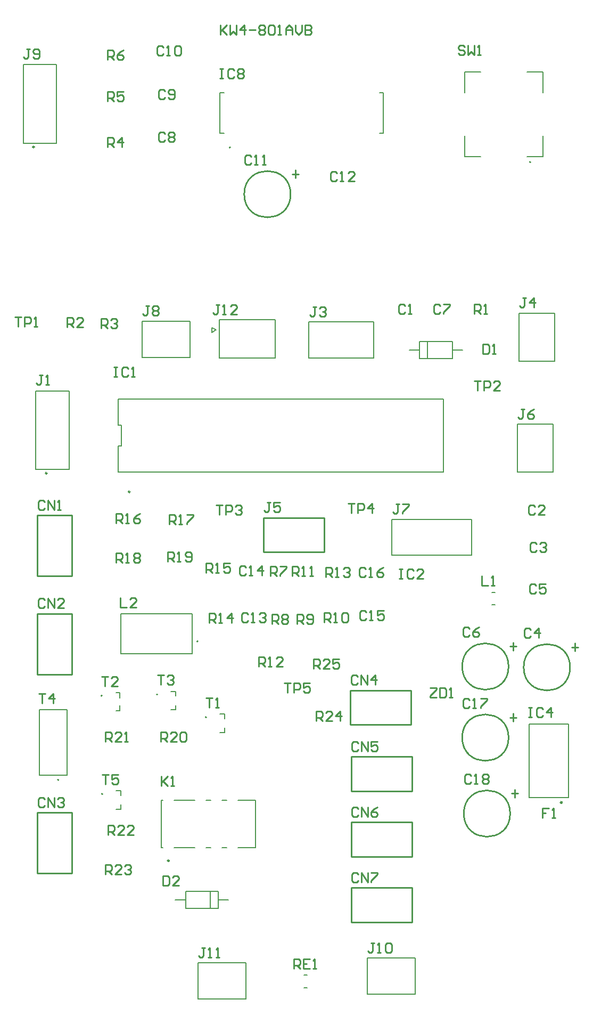
<source format=gto>
G04*
G04 #@! TF.GenerationSoftware,Altium Limited,Altium Designer,24.4.1 (13)*
G04*
G04 Layer_Color=65535*
%FSLAX44Y44*%
%MOMM*%
G71*
G04*
G04 #@! TF.SameCoordinates,E03DAD19-A1D4-479A-945F-AA05C0C5925B*
G04*
G04*
G04 #@! TF.FilePolarity,Positive*
G04*
G01*
G75*
%ADD10C,0.2500*%
%ADD11C,0.3000*%
%ADD12C,0.2540*%
%ADD13C,0.2000*%
%ADD14C,0.1270*%
D10*
X758330Y1630760D02*
G03*
X758330Y1630760I-1250J0D01*
G01*
X778490Y1112280D02*
G03*
X778490Y1112280I-1250J0D01*
G01*
X972800Y496490D02*
G03*
X972800Y496490I-1250J0D01*
G01*
X910570Y1082807D02*
G03*
X910570Y1082807I-1250J0D01*
G01*
D11*
X1597390Y589220D02*
G03*
X1597390Y589220I-1000J0D01*
G01*
D12*
X1515197Y571500D02*
G03*
X1515197Y571500I-36918J0D01*
G01*
X1512657Y692150D02*
G03*
X1512657Y692150I-36918J0D01*
G01*
X1165947Y1555750D02*
G03*
X1165947Y1555750I-36918J0D01*
G01*
X1610448Y803910D02*
G03*
X1610448Y803910I-36918J0D01*
G01*
X1512657Y805180D02*
G03*
X1512657Y805180I-36918J0D01*
G01*
X1262380Y607060D02*
Y661670D01*
Y607060D02*
X1264920D01*
X1358900D01*
Y661670D01*
X1262380D02*
X1358900D01*
X1261110Y712470D02*
Y767080D01*
Y712470D02*
X1263650D01*
X1357630D01*
Y767080D01*
X1261110D02*
X1357630D01*
X1262380Y398780D02*
Y453390D01*
Y398780D02*
X1264920D01*
X1358900D01*
Y453390D01*
X1262380D02*
X1358900D01*
X1262380Y502920D02*
Y557530D01*
Y502920D02*
X1264920D01*
X1358900D01*
Y557530D01*
X1262380D02*
X1358900D01*
X1522730Y596900D02*
Y609600D01*
X1517650Y603250D02*
X1527810D01*
X1520190Y717550D02*
Y730250D01*
X1515110Y723900D02*
X1525270D01*
X763270Y572770D02*
X817880D01*
X763270Y570230D02*
Y572770D01*
Y476250D02*
Y570230D01*
Y476250D02*
X817880D01*
Y572770D01*
X763270Y889000D02*
X817880D01*
X763270Y886460D02*
Y889000D01*
Y792480D02*
Y886460D01*
Y792480D02*
X817880D01*
Y889000D01*
X763270Y1045210D02*
X817880D01*
X763270Y1042670D02*
Y1045210D01*
Y948690D02*
Y1042670D01*
Y948690D02*
X817880D01*
Y1045210D01*
X1173480Y1581150D02*
Y1593850D01*
X1168400Y1587500D02*
X1178560D01*
X1617980Y829310D02*
Y842010D01*
X1612900Y835660D02*
X1623060D01*
X1219200Y986790D02*
Y1041400D01*
X1216660D02*
X1219200D01*
X1122680D02*
X1216660D01*
X1122680Y986790D02*
Y1041400D01*
Y986790D02*
X1219200D01*
X1520190Y830580D02*
Y843280D01*
X1515110Y836930D02*
X1525270D01*
X1134114Y948692D02*
Y963928D01*
X1141732D01*
X1144271Y961388D01*
Y956310D01*
X1141732Y953771D01*
X1134114D01*
X1139193D02*
X1144271Y948692D01*
X1149349Y963928D02*
X1159506D01*
Y961388D01*
X1149349Y951232D01*
Y948692D01*
X1115066Y805182D02*
Y820417D01*
X1122684D01*
X1125223Y817878D01*
Y812800D01*
X1122684Y810261D01*
X1115066D01*
X1120145D02*
X1125223Y805182D01*
X1130301D02*
X1135380D01*
X1132840D01*
Y820417D01*
X1130301Y817878D01*
X1153154Y805182D02*
X1142997D01*
X1153154Y815339D01*
Y817878D01*
X1150615Y820417D01*
X1145536D01*
X1142997Y817878D01*
X1155707Y778508D02*
X1165863D01*
X1160785D01*
Y763272D01*
X1170942D02*
Y778508D01*
X1178559D01*
X1181098Y775968D01*
Y770890D01*
X1178559Y768351D01*
X1170942D01*
X1196333Y778508D02*
X1186177D01*
Y770890D01*
X1191255Y773429D01*
X1193794D01*
X1196333Y770890D01*
Y765812D01*
X1193794Y763272D01*
X1188716D01*
X1186177Y765812D01*
X1206507Y718822D02*
Y734057D01*
X1214124D01*
X1216663Y731518D01*
Y726440D01*
X1214124Y723901D01*
X1206507D01*
X1211585D02*
X1216663Y718822D01*
X1231898D02*
X1221742D01*
X1231898Y728979D01*
Y731518D01*
X1229359Y734057D01*
X1224281D01*
X1221742Y731518D01*
X1244594Y718822D02*
Y734057D01*
X1236977Y726440D01*
X1247133D01*
X1202697Y801373D02*
Y816608D01*
X1210314D01*
X1212853Y814068D01*
Y808990D01*
X1210314Y806451D01*
X1202697D01*
X1207775D02*
X1212853Y801373D01*
X1228088D02*
X1217932D01*
X1228088Y811529D01*
Y814068D01*
X1225549Y816608D01*
X1220471D01*
X1217932Y814068D01*
X1243323Y816608D02*
X1233167D01*
Y808990D01*
X1238245Y811529D01*
X1240784D01*
X1243323Y808990D01*
Y803912D01*
X1240784Y801373D01*
X1235706D01*
X1233167Y803912D01*
X1388116Y770888D02*
X1398273D01*
Y768348D01*
X1388116Y758192D01*
Y755652D01*
X1398273D01*
X1403351Y770888D02*
Y755652D01*
X1410968D01*
X1413508Y758192D01*
Y768348D01*
X1410968Y770888D01*
X1403351D01*
X1418586Y755652D02*
X1423664D01*
X1421125D01*
Y770888D01*
X1418586Y768348D01*
X1036326Y874392D02*
Y889628D01*
X1043944D01*
X1046483Y887088D01*
Y882010D01*
X1043944Y879471D01*
X1036326D01*
X1041404D02*
X1046483Y874392D01*
X1051561D02*
X1056640D01*
X1054100D01*
Y889628D01*
X1051561Y887088D01*
X1071875Y874392D02*
Y889628D01*
X1064257Y882010D01*
X1074414D01*
X1031246Y953773D02*
Y969007D01*
X1038864D01*
X1041403Y966468D01*
Y961390D01*
X1038864Y958851D01*
X1031246D01*
X1036324D02*
X1041403Y953773D01*
X1046481D02*
X1051560D01*
X1049020D01*
Y969007D01*
X1046481Y966468D01*
X1069334Y969007D02*
X1059177D01*
Y961390D01*
X1064256Y963929D01*
X1066795D01*
X1069334Y961390D01*
Y956312D01*
X1066795Y953773D01*
X1061716D01*
X1059177Y956312D01*
X1098553Y887728D02*
X1096014Y890267D01*
X1090935D01*
X1088396Y887728D01*
Y877572D01*
X1090935Y875033D01*
X1096014D01*
X1098553Y877572D01*
X1103631Y875033D02*
X1108710D01*
X1106170D01*
Y890267D01*
X1103631Y887728D01*
X1116327D02*
X1118866Y890267D01*
X1123945D01*
X1126484Y887728D01*
Y885189D01*
X1123945Y882650D01*
X1121405D01*
X1123945D01*
X1126484Y880111D01*
Y877572D01*
X1123945Y875033D01*
X1118866D01*
X1116327Y877572D01*
X1094743Y962658D02*
X1092204Y965198D01*
X1087125D01*
X1084586Y962658D01*
Y952502D01*
X1087125Y949962D01*
X1092204D01*
X1094743Y952502D01*
X1099821Y949962D02*
X1104900D01*
X1102360D01*
Y965198D01*
X1099821Y962658D01*
X1120135Y949962D02*
Y965198D01*
X1112517Y957580D01*
X1122674D01*
X1175766Y873252D02*
Y888487D01*
X1183383D01*
X1185923Y885948D01*
Y880870D01*
X1183383Y878330D01*
X1175766D01*
X1180844D02*
X1185923Y873252D01*
X1191001Y875791D02*
X1193540Y873252D01*
X1198619D01*
X1201158Y875791D01*
Y885948D01*
X1198619Y888487D01*
X1193540D01*
X1191001Y885948D01*
Y883409D01*
X1193540Y880870D01*
X1201158D01*
X1168405Y948692D02*
Y963928D01*
X1176023D01*
X1178562Y961388D01*
Y956310D01*
X1176023Y953771D01*
X1168405D01*
X1173484D02*
X1178562Y948692D01*
X1183640D02*
X1188719D01*
X1186180D01*
Y963928D01*
X1183640Y961388D01*
X1196336Y948692D02*
X1201415D01*
X1198876D01*
Y963928D01*
X1196336Y961388D01*
X1221746Y947422D02*
Y962657D01*
X1229364D01*
X1231903Y960118D01*
Y955040D01*
X1229364Y952501D01*
X1221746D01*
X1226824D02*
X1231903Y947422D01*
X1236981D02*
X1242060D01*
X1239520D01*
Y962657D01*
X1236981Y960118D01*
X1249677D02*
X1252216Y962657D01*
X1257295D01*
X1259834Y960118D01*
Y957579D01*
X1257295Y955040D01*
X1254755D01*
X1257295D01*
X1259834Y952501D01*
Y949962D01*
X1257295Y947422D01*
X1252216D01*
X1249677Y949962D01*
X1219206Y875033D02*
Y890267D01*
X1226824D01*
X1229363Y887728D01*
Y882650D01*
X1226824Y880111D01*
X1219206D01*
X1224285D02*
X1229363Y875033D01*
X1234441D02*
X1239520D01*
X1236980D01*
Y890267D01*
X1234441Y887728D01*
X1247137D02*
X1249676Y890267D01*
X1254755D01*
X1257294Y887728D01*
Y877572D01*
X1254755Y875033D01*
X1249676D01*
X1247137Y877572D01*
Y887728D01*
X1286513Y891538D02*
X1283974Y894078D01*
X1278895D01*
X1276356Y891538D01*
Y881382D01*
X1278895Y878842D01*
X1283974D01*
X1286513Y881382D01*
X1291591Y878842D02*
X1296670D01*
X1294130D01*
Y894078D01*
X1291591Y891538D01*
X1314444Y894078D02*
X1304287D01*
Y886460D01*
X1309366Y888999D01*
X1311905D01*
X1314444Y886460D01*
Y881382D01*
X1311905Y878842D01*
X1306826D01*
X1304287Y881382D01*
X1285243Y960118D02*
X1282704Y962657D01*
X1277625D01*
X1275086Y960118D01*
Y949962D01*
X1277625Y947422D01*
X1282704D01*
X1285243Y949962D01*
X1290321Y947422D02*
X1295400D01*
X1292860D01*
Y962657D01*
X1290321Y960118D01*
X1313174Y962657D02*
X1308096Y960118D01*
X1303017Y955040D01*
Y949962D01*
X1305556Y947422D01*
X1310635D01*
X1313174Y949962D01*
Y952501D01*
X1310635Y955040D01*
X1303017D01*
X1471933Y1316987D02*
Y1301752D01*
X1479551D01*
X1482090Y1304292D01*
Y1314448D01*
X1479551Y1316987D01*
X1471933D01*
X1487168Y1301752D02*
X1492247D01*
X1489708D01*
Y1316987D01*
X1487168Y1314448D01*
X1347721Y1378200D02*
X1345181Y1380739D01*
X1340103D01*
X1337564Y1378200D01*
Y1368043D01*
X1340103Y1365504D01*
X1345181D01*
X1347721Y1368043D01*
X1352799Y1365504D02*
X1357877D01*
X1355338D01*
Y1380739D01*
X1352799Y1378200D01*
X1273807Y683256D02*
X1271267Y685795D01*
X1266189D01*
X1263650Y683256D01*
Y673099D01*
X1266189Y670560D01*
X1271267D01*
X1273807Y673099D01*
X1278885Y670560D02*
Y685795D01*
X1289042Y670560D01*
Y685795D01*
X1304277D02*
X1294120D01*
Y678177D01*
X1299198Y680717D01*
X1301738D01*
X1304277Y678177D01*
Y673099D01*
X1301738Y670560D01*
X1296659D01*
X1294120Y673099D01*
X1272537Y788666D02*
X1269997Y791205D01*
X1264919D01*
X1262380Y788666D01*
Y778509D01*
X1264919Y775970D01*
X1269997D01*
X1272537Y778509D01*
X1277615Y775970D02*
Y791205D01*
X1287772Y775970D01*
Y791205D01*
X1300468Y775970D02*
Y791205D01*
X1292850Y783587D01*
X1303007D01*
X1544828Y739643D02*
X1549906D01*
X1547367D01*
Y724408D01*
X1544828D01*
X1549906D01*
X1567681Y737104D02*
X1565141Y739643D01*
X1560063D01*
X1557524Y737104D01*
Y726947D01*
X1560063Y724408D01*
X1565141D01*
X1567681Y726947D01*
X1580376Y724408D02*
Y739643D01*
X1572759Y732026D01*
X1582916D01*
X1273807Y474976D02*
X1271267Y477515D01*
X1266189D01*
X1263650Y474976D01*
Y464819D01*
X1266189Y462280D01*
X1271267D01*
X1273807Y464819D01*
X1278885Y462280D02*
Y477515D01*
X1289042Y462280D01*
Y477515D01*
X1294120D02*
X1304277D01*
Y474976D01*
X1294120Y464819D01*
Y462280D01*
X1273807Y579116D02*
X1271267Y581655D01*
X1266189D01*
X1263650Y579116D01*
Y568959D01*
X1266189Y566420D01*
X1271267D01*
X1273807Y568959D01*
X1278885Y566420D02*
Y581655D01*
X1289042Y566420D01*
Y581655D01*
X1304277D02*
X1299198Y579116D01*
X1294120Y574038D01*
Y568959D01*
X1296659Y566420D01*
X1301738D01*
X1304277Y568959D01*
Y571498D01*
X1301738Y574038D01*
X1294120D01*
X1029967Y358135D02*
X1024888D01*
X1027428D01*
Y345439D01*
X1024888Y342900D01*
X1022349D01*
X1019810Y345439D01*
X1035045Y342900D02*
X1040123D01*
X1037584D01*
Y358135D01*
X1035045Y355596D01*
X1047741Y342900D02*
X1052819D01*
X1050280D01*
Y358135D01*
X1047741Y355596D01*
X1299207Y365755D02*
X1294128D01*
X1296667D01*
Y353059D01*
X1294128Y350520D01*
X1291589D01*
X1289050Y353059D01*
X1304285Y350520D02*
X1309363D01*
X1306824D01*
Y365755D01*
X1304285Y363216D01*
X1316981D02*
X1319520Y365755D01*
X1324599D01*
X1327138Y363216D01*
Y353059D01*
X1324599Y350520D01*
X1319520D01*
X1316981Y353059D01*
Y363216D01*
X1576321Y580131D02*
X1566164D01*
Y572514D01*
X1571242D01*
X1566164D01*
Y564896D01*
X1581399D02*
X1586477D01*
X1583938D01*
Y580131D01*
X1581399Y577592D01*
X1452877Y631186D02*
X1450338Y633725D01*
X1445259D01*
X1442720Y631186D01*
Y621029D01*
X1445259Y618490D01*
X1450338D01*
X1452877Y621029D01*
X1457955Y618490D02*
X1463033D01*
X1460494D01*
Y633725D01*
X1457955Y631186D01*
X1470651D02*
X1473190Y633725D01*
X1478268D01*
X1480808Y631186D01*
Y628647D01*
X1478268Y626107D01*
X1480808Y623568D01*
Y621029D01*
X1478268Y618490D01*
X1473190D01*
X1470651Y621029D01*
Y623568D01*
X1473190Y626107D01*
X1470651Y628647D01*
Y631186D01*
X1473190Y626107D02*
X1478268D01*
X1450337Y751836D02*
X1447798Y754375D01*
X1442719D01*
X1440180Y751836D01*
Y741679D01*
X1442719Y739140D01*
X1447798D01*
X1450337Y741679D01*
X1455415Y739140D02*
X1460493D01*
X1457954D01*
Y754375D01*
X1455415Y751836D01*
X1468111Y754375D02*
X1478268D01*
Y751836D01*
X1468111Y741679D01*
Y739140D01*
X871728Y475234D02*
Y490469D01*
X879345D01*
X881885Y487930D01*
Y482851D01*
X879345Y480312D01*
X871728D01*
X876806D02*
X881885Y475234D01*
X897120D02*
X886963D01*
X897120Y485391D01*
Y487930D01*
X894581Y490469D01*
X889502D01*
X886963Y487930D01*
X902198D02*
X904737Y490469D01*
X909816D01*
X912355Y487930D01*
Y485391D01*
X909816Y482851D01*
X907277D01*
X909816D01*
X912355Y480312D01*
Y477773D01*
X909816Y475234D01*
X904737D01*
X902198Y477773D01*
X875538Y537464D02*
Y552699D01*
X883156D01*
X885695Y550160D01*
Y545081D01*
X883156Y542542D01*
X875538D01*
X880616D02*
X885695Y537464D01*
X900930D02*
X890773D01*
X900930Y547621D01*
Y550160D01*
X898391Y552699D01*
X893312D01*
X890773Y550160D01*
X916165Y537464D02*
X906008D01*
X916165Y547621D01*
Y550160D01*
X913626Y552699D01*
X908547D01*
X906008Y550160D01*
X866648Y633217D02*
X876805D01*
X871726D01*
Y617982D01*
X892040Y633217D02*
X881883D01*
Y625600D01*
X886961Y628139D01*
X889501D01*
X892040Y625600D01*
Y620521D01*
X889501Y617982D01*
X884422D01*
X881883Y620521D01*
X963168Y472689D02*
Y457454D01*
X970786D01*
X973325Y459993D01*
Y470150D01*
X970786Y472689D01*
X963168D01*
X988560Y457454D02*
X978403D01*
X988560Y467611D01*
Y470150D01*
X986021Y472689D01*
X980942D01*
X978403Y470150D01*
X1170686Y325120D02*
Y340355D01*
X1178304D01*
X1180843Y337816D01*
Y332738D01*
X1178304Y330198D01*
X1170686D01*
X1175764D02*
X1180843Y325120D01*
X1196078Y340355D02*
X1185921D01*
Y325120D01*
X1196078D01*
X1185921Y332738D02*
X1190999D01*
X1201156Y325120D02*
X1206235D01*
X1203695D01*
Y340355D01*
X1201156Y337816D01*
X960628Y630931D02*
Y615696D01*
Y620774D01*
X970785Y630931D01*
X963167Y623313D01*
X970785Y615696D01*
X975863D02*
X980941D01*
X978402D01*
Y630931D01*
X975863Y628392D01*
X774697Y594356D02*
X772158Y596895D01*
X767079D01*
X764540Y594356D01*
Y584199D01*
X767079Y581660D01*
X772158D01*
X774697Y584199D01*
X779775Y581660D02*
Y596895D01*
X789932Y581660D01*
Y596895D01*
X795010Y594356D02*
X797549Y596895D01*
X802628D01*
X805167Y594356D01*
Y591817D01*
X802628Y589277D01*
X800089D01*
X802628D01*
X805167Y586738D01*
Y584199D01*
X802628Y581660D01*
X797549D01*
X795010Y584199D01*
X959358Y686054D02*
Y701289D01*
X966975D01*
X969515Y698750D01*
Y693671D01*
X966975Y691132D01*
X959358D01*
X964436D02*
X969515Y686054D01*
X984750D02*
X974593D01*
X984750Y696211D01*
Y698750D01*
X982211Y701289D01*
X977132D01*
X974593Y698750D01*
X989828D02*
X992367Y701289D01*
X997446D01*
X999985Y698750D01*
Y688593D01*
X997446Y686054D01*
X992367D01*
X989828Y688593D01*
Y698750D01*
X954024Y791459D02*
X964181D01*
X959102D01*
Y776224D01*
X969259Y788920D02*
X971798Y791459D01*
X976877D01*
X979416Y788920D01*
Y786381D01*
X976877Y783841D01*
X974337D01*
X976877D01*
X979416Y781302D01*
Y778763D01*
X976877Y776224D01*
X971798D01*
X969259Y778763D01*
X871728Y686054D02*
Y701289D01*
X879345D01*
X881885Y698750D01*
Y693671D01*
X879345Y691132D01*
X871728D01*
X876806D02*
X881885Y686054D01*
X897120D02*
X886963D01*
X897120Y696211D01*
Y698750D01*
X894581Y701289D01*
X889502D01*
X886963Y698750D01*
X902198Y686054D02*
X907277D01*
X904737D01*
Y701289D01*
X902198Y698750D01*
X765810Y762249D02*
X775967D01*
X770888D01*
Y747014D01*
X788663D02*
Y762249D01*
X781045Y754632D01*
X791202D01*
X888238Y970534D02*
Y985769D01*
X895855D01*
X898395Y983230D01*
Y978151D01*
X895855Y975612D01*
X888238D01*
X893316D02*
X898395Y970534D01*
X903473D02*
X908551D01*
X906012D01*
Y985769D01*
X903473Y983230D01*
X916169D02*
X918708Y985769D01*
X923786D01*
X926326Y983230D01*
Y980691D01*
X923786Y978151D01*
X926326Y975612D01*
Y973073D01*
X923786Y970534D01*
X918708D01*
X916169Y973073D01*
Y975612D01*
X918708Y978151D01*
X916169Y980691D01*
Y983230D01*
X918708Y978151D02*
X923786D01*
X895350Y914395D02*
Y899160D01*
X905507D01*
X920742D02*
X910585D01*
X920742Y909317D01*
Y911856D01*
X918203Y914395D01*
X913124D01*
X910585Y911856D01*
X865632Y789427D02*
X875789D01*
X870710D01*
Y774192D01*
X891024D02*
X880867D01*
X891024Y784349D01*
Y786888D01*
X888485Y789427D01*
X883406D01*
X880867Y786888D01*
X1031748Y755137D02*
X1041905D01*
X1036826D01*
Y739902D01*
X1046983D02*
X1052061D01*
X1049522D01*
Y755137D01*
X1046983Y752598D01*
X970788Y971804D02*
Y987039D01*
X978406D01*
X980945Y984500D01*
Y979421D01*
X978406Y976882D01*
X970788D01*
X975866D02*
X980945Y971804D01*
X986023D02*
X991101D01*
X988562D01*
Y987039D01*
X986023Y984500D01*
X998719Y974343D02*
X1001258Y971804D01*
X1006337D01*
X1008876Y974343D01*
Y984500D01*
X1006337Y987039D01*
X1001258D01*
X998719Y984500D01*
Y981961D01*
X1001258Y979421D01*
X1008876D01*
X774697Y910586D02*
X772158Y913125D01*
X767079D01*
X764540Y910586D01*
Y900429D01*
X767079Y897890D01*
X772158D01*
X774697Y900429D01*
X779775Y897890D02*
Y913125D01*
X789932Y897890D01*
Y913125D01*
X805167Y897890D02*
X795010D01*
X805167Y908047D01*
Y910586D01*
X802628Y913125D01*
X797549D01*
X795010Y910586D01*
X774697Y1066796D02*
X772158Y1069335D01*
X767079D01*
X764540Y1066796D01*
Y1056639D01*
X767079Y1054100D01*
X772158D01*
X774697Y1056639D01*
X779775Y1054100D02*
Y1069335D01*
X789932Y1054100D01*
Y1069335D01*
X795010Y1054100D02*
X800089D01*
X797549D01*
Y1069335D01*
X795010Y1066796D01*
X1047496Y1061969D02*
X1057653D01*
X1052574D01*
Y1046734D01*
X1062731D02*
Y1061969D01*
X1070349D01*
X1072888Y1059430D01*
Y1054352D01*
X1070349Y1051812D01*
X1062731D01*
X1077966Y1059430D02*
X1080505Y1061969D01*
X1085584D01*
X1088123Y1059430D01*
Y1056891D01*
X1085584Y1054352D01*
X1083045D01*
X1085584D01*
X1088123Y1051812D01*
Y1049273D01*
X1085584Y1046734D01*
X1080505D01*
X1077966Y1049273D01*
X972566Y1031494D02*
Y1046729D01*
X980183D01*
X982723Y1044190D01*
Y1039111D01*
X980183Y1036572D01*
X972566D01*
X977644D02*
X982723Y1031494D01*
X987801D02*
X992879D01*
X990340D01*
Y1046729D01*
X987801Y1044190D01*
X1000497Y1046729D02*
X1010654D01*
Y1044190D01*
X1000497Y1034033D01*
Y1031494D01*
X1338834Y960115D02*
X1343912D01*
X1341373D01*
Y944880D01*
X1338834D01*
X1343912D01*
X1361687Y957576D02*
X1359147Y960115D01*
X1354069D01*
X1351530Y957576D01*
Y947419D01*
X1354069Y944880D01*
X1359147D01*
X1361687Y947419D01*
X1376922Y944880D02*
X1366765D01*
X1376922Y955037D01*
Y957576D01*
X1374382Y960115D01*
X1369304D01*
X1366765Y957576D01*
X1136396Y873252D02*
Y888487D01*
X1144014D01*
X1146553Y885948D01*
Y880870D01*
X1144014Y878330D01*
X1136396D01*
X1141474D02*
X1146553Y873252D01*
X1151631Y885948D02*
X1154170Y888487D01*
X1159249D01*
X1161788Y885948D01*
Y883409D01*
X1159249Y880870D01*
X1161788Y878330D01*
Y875791D01*
X1159249Y873252D01*
X1154170D01*
X1151631Y875791D01*
Y878330D01*
X1154170Y880870D01*
X1151631Y883409D01*
Y885948D01*
X1154170Y880870D02*
X1159249D01*
X888238Y1032764D02*
Y1047999D01*
X895855D01*
X898395Y1045460D01*
Y1040381D01*
X895855Y1037842D01*
X888238D01*
X893316D02*
X898395Y1032764D01*
X903473D02*
X908551D01*
X906012D01*
Y1047999D01*
X903473Y1045460D01*
X926326Y1047999D02*
X921247Y1045460D01*
X916169Y1040381D01*
Y1035303D01*
X918708Y1032764D01*
X923786D01*
X926326Y1035303D01*
Y1037842D01*
X923786Y1040381D01*
X916169D01*
X1257046Y1064509D02*
X1267203D01*
X1262124D01*
Y1049274D01*
X1272281D02*
Y1064509D01*
X1279899D01*
X1282438Y1061970D01*
Y1056891D01*
X1279899Y1054352D01*
X1272281D01*
X1295134Y1049274D02*
Y1064509D01*
X1287516Y1056891D01*
X1297673D01*
X1103627Y1615436D02*
X1101087Y1617975D01*
X1096009D01*
X1093470Y1615436D01*
Y1605279D01*
X1096009Y1602740D01*
X1101087D01*
X1103627Y1605279D01*
X1108705Y1602740D02*
X1113783D01*
X1111244D01*
Y1617975D01*
X1108705Y1615436D01*
X1121401Y1602740D02*
X1126479D01*
X1123940D01*
Y1617975D01*
X1121401Y1615436D01*
X1239771Y1589020D02*
X1237232Y1591559D01*
X1232153D01*
X1229614Y1589020D01*
Y1578863D01*
X1232153Y1576324D01*
X1237232D01*
X1239771Y1578863D01*
X1244849Y1576324D02*
X1249927D01*
X1247388D01*
Y1591559D01*
X1244849Y1589020D01*
X1267702Y1576324D02*
X1257545D01*
X1267702Y1586481D01*
Y1589020D01*
X1265163Y1591559D01*
X1260084D01*
X1257545Y1589020D01*
X1054354Y1824731D02*
Y1809496D01*
Y1814574D01*
X1064511Y1824731D01*
X1056893Y1817113D01*
X1064511Y1809496D01*
X1069589Y1824731D02*
Y1809496D01*
X1074667Y1814574D01*
X1079746Y1809496D01*
Y1824731D01*
X1092442Y1809496D02*
Y1824731D01*
X1084824Y1817113D01*
X1094981D01*
X1100059D02*
X1110216D01*
X1115294Y1822192D02*
X1117833Y1824731D01*
X1122912D01*
X1125451Y1822192D01*
Y1819653D01*
X1122912Y1817113D01*
X1125451Y1814574D01*
Y1812035D01*
X1122912Y1809496D01*
X1117833D01*
X1115294Y1812035D01*
Y1814574D01*
X1117833Y1817113D01*
X1115294Y1819653D01*
Y1822192D01*
X1117833Y1817113D02*
X1122912D01*
X1130529Y1822192D02*
X1133068Y1824731D01*
X1138147D01*
X1140686Y1822192D01*
Y1812035D01*
X1138147Y1809496D01*
X1133068D01*
X1130529Y1812035D01*
Y1822192D01*
X1145764Y1809496D02*
X1150843D01*
X1148304D01*
Y1824731D01*
X1145764Y1822192D01*
X1158460Y1809496D02*
Y1819653D01*
X1163539Y1824731D01*
X1168617Y1819653D01*
Y1809496D01*
Y1817113D01*
X1158460D01*
X1173695Y1824731D02*
Y1814574D01*
X1178774Y1809496D01*
X1183852Y1814574D01*
Y1824731D01*
X1188931D02*
Y1809496D01*
X1196548D01*
X1199087Y1812035D01*
Y1814574D01*
X1196548Y1817113D01*
X1188931D01*
X1196548D01*
X1199087Y1819653D01*
Y1822192D01*
X1196548Y1824731D01*
X1188931D01*
X1053338Y1755389D02*
X1058416D01*
X1055877D01*
Y1740154D01*
X1053338D01*
X1058416D01*
X1076191Y1752850D02*
X1073651Y1755389D01*
X1068573D01*
X1066034Y1752850D01*
Y1742693D01*
X1068573Y1740154D01*
X1073651D01*
X1076191Y1742693D01*
X1081269Y1752850D02*
X1083808Y1755389D01*
X1088886D01*
X1091426Y1752850D01*
Y1750311D01*
X1088886Y1747771D01*
X1091426Y1745232D01*
Y1742693D01*
X1088886Y1740154D01*
X1083808D01*
X1081269Y1742693D01*
Y1745232D01*
X1083808Y1747771D01*
X1081269Y1750311D01*
Y1752850D01*
X1083808Y1747771D02*
X1088886D01*
X874776Y1769364D02*
Y1784599D01*
X882393D01*
X884933Y1782060D01*
Y1776982D01*
X882393Y1774442D01*
X874776D01*
X879854D02*
X884933Y1769364D01*
X900168Y1784599D02*
X895089Y1782060D01*
X890011Y1776982D01*
Y1771903D01*
X892550Y1769364D01*
X897629D01*
X900168Y1771903D01*
Y1774442D01*
X897629Y1776982D01*
X890011D01*
X874776Y1703832D02*
Y1719067D01*
X882393D01*
X884933Y1716528D01*
Y1711449D01*
X882393Y1708910D01*
X874776D01*
X879854D02*
X884933Y1703832D01*
X900168Y1719067D02*
X890011D01*
Y1711449D01*
X895089Y1713989D01*
X897629D01*
X900168Y1711449D01*
Y1706371D01*
X897629Y1703832D01*
X892550D01*
X890011Y1706371D01*
X874776Y1630934D02*
Y1646169D01*
X882393D01*
X884933Y1643630D01*
Y1638551D01*
X882393Y1636012D01*
X874776D01*
X879854D02*
X884933Y1630934D01*
X897629D02*
Y1646169D01*
X890011Y1638551D01*
X900168D01*
X963673Y1789172D02*
X961133Y1791711D01*
X956055D01*
X953516Y1789172D01*
Y1779015D01*
X956055Y1776476D01*
X961133D01*
X963673Y1779015D01*
X968751Y1776476D02*
X973829D01*
X971290D01*
Y1791711D01*
X968751Y1789172D01*
X981447D02*
X983986Y1791711D01*
X989064D01*
X991604Y1789172D01*
Y1779015D01*
X989064Y1776476D01*
X983986D01*
X981447Y1779015D01*
Y1789172D01*
X966213Y1719322D02*
X963673Y1721861D01*
X958595D01*
X956056Y1719322D01*
Y1709165D01*
X958595Y1706626D01*
X963673D01*
X966213Y1709165D01*
X971291D02*
X973830Y1706626D01*
X978909D01*
X981448Y1709165D01*
Y1719322D01*
X978909Y1721861D01*
X973830D01*
X971291Y1719322D01*
Y1716783D01*
X973830Y1714243D01*
X981448D01*
X966213Y1652012D02*
X963673Y1654551D01*
X958595D01*
X956056Y1652012D01*
Y1641855D01*
X958595Y1639316D01*
X963673D01*
X966213Y1641855D01*
X971291Y1652012D02*
X973830Y1654551D01*
X978909D01*
X981448Y1652012D01*
Y1649473D01*
X978909Y1646933D01*
X981448Y1644394D01*
Y1641855D01*
X978909Y1639316D01*
X973830D01*
X971291Y1641855D01*
Y1644394D01*
X973830Y1646933D01*
X971291Y1649473D01*
Y1652012D01*
X973830Y1646933D02*
X978909D01*
X1442971Y1789426D02*
X1440432Y1791965D01*
X1435353D01*
X1432814Y1789426D01*
Y1786887D01*
X1435353Y1784348D01*
X1440432D01*
X1442971Y1781808D01*
Y1779269D01*
X1440432Y1776730D01*
X1435353D01*
X1432814Y1779269D01*
X1448049Y1791965D02*
Y1776730D01*
X1453127Y1781808D01*
X1458206Y1776730D01*
Y1791965D01*
X1463284Y1776730D02*
X1468362D01*
X1465823D01*
Y1791965D01*
X1463284Y1789426D01*
X751329Y1786631D02*
X746250D01*
X748790D01*
Y1773935D01*
X746250Y1771396D01*
X743711D01*
X741172Y1773935D01*
X756407D02*
X758946Y1771396D01*
X764025D01*
X766564Y1773935D01*
Y1784092D01*
X764025Y1786631D01*
X758946D01*
X756407Y1784092D01*
Y1781553D01*
X758946Y1779014D01*
X766564D01*
X771395Y1268217D02*
X766316D01*
X768856D01*
Y1255521D01*
X766316Y1252982D01*
X763777D01*
X761238Y1255521D01*
X776473Y1252982D02*
X781551D01*
X779012D01*
Y1268217D01*
X776473Y1265678D01*
X1469644Y948685D02*
Y933450D01*
X1479801D01*
X1484879D02*
X1489957D01*
X1487418D01*
Y948685D01*
X1484879Y946146D01*
X1548127Y863596D02*
X1545587Y866135D01*
X1540509D01*
X1537970Y863596D01*
Y853439D01*
X1540509Y850900D01*
X1545587D01*
X1548127Y853439D01*
X1560823Y850900D02*
Y866135D01*
X1553205Y858518D01*
X1563362D01*
X1556001Y933700D02*
X1553461Y936239D01*
X1548383D01*
X1545844Y933700D01*
Y923543D01*
X1548383Y921004D01*
X1553461D01*
X1556001Y923543D01*
X1571236Y936239D02*
X1561079D01*
Y928622D01*
X1566157Y931161D01*
X1568697D01*
X1571236Y928622D01*
Y923543D01*
X1568697Y921004D01*
X1563618D01*
X1561079Y923543D01*
X1556763Y999740D02*
X1554223Y1002279D01*
X1549145D01*
X1546606Y999740D01*
Y989583D01*
X1549145Y987044D01*
X1554223D01*
X1556763Y989583D01*
X1561841Y999740D02*
X1564380Y1002279D01*
X1569459D01*
X1571998Y999740D01*
Y997201D01*
X1569459Y994661D01*
X1566919D01*
X1569459D01*
X1571998Y992122D01*
Y989583D01*
X1569459Y987044D01*
X1564380D01*
X1561841Y989583D01*
X1554985Y1059430D02*
X1552446Y1061969D01*
X1547367D01*
X1544828Y1059430D01*
Y1049273D01*
X1547367Y1046734D01*
X1552446D01*
X1554985Y1049273D01*
X1570220Y1046734D02*
X1560063D01*
X1570220Y1056891D01*
Y1059430D01*
X1567681Y1061969D01*
X1562602D01*
X1560063Y1059430D01*
X1537967Y1214369D02*
X1532888D01*
X1535428D01*
Y1201673D01*
X1532888Y1199134D01*
X1530349D01*
X1527810Y1201673D01*
X1553202Y1214369D02*
X1548123Y1211830D01*
X1543045Y1206751D01*
Y1201673D01*
X1545584Y1199134D01*
X1550663D01*
X1553202Y1201673D01*
Y1204212D01*
X1550663Y1206751D01*
X1543045D01*
X1540507Y1390645D02*
X1535428D01*
X1537968D01*
Y1377949D01*
X1535428Y1375410D01*
X1532889D01*
X1530350Y1377949D01*
X1553203Y1375410D02*
Y1390645D01*
X1545585Y1383027D01*
X1555742D01*
X1458468Y1365504D02*
Y1380739D01*
X1466086D01*
X1468625Y1378200D01*
Y1373121D01*
X1466086Y1370582D01*
X1458468D01*
X1463546D02*
X1468625Y1365504D01*
X1473703D02*
X1478781D01*
X1476242D01*
Y1380739D01*
X1473703Y1378200D01*
X1338323Y1062985D02*
X1333244D01*
X1335784D01*
Y1050289D01*
X1333244Y1047750D01*
X1330705D01*
X1328166Y1050289D01*
X1343401Y1062985D02*
X1353558D01*
Y1060446D01*
X1343401Y1050289D01*
Y1047750D01*
X885190Y1280917D02*
X890268D01*
X887729D01*
Y1265682D01*
X885190D01*
X890268D01*
X908043Y1278378D02*
X905503Y1280917D01*
X900425D01*
X897886Y1278378D01*
Y1268221D01*
X900425Y1265682D01*
X905503D01*
X908043Y1268221D01*
X913121Y1265682D02*
X918199D01*
X915660D01*
Y1280917D01*
X913121Y1278378D01*
X1134107Y1065525D02*
X1129028D01*
X1131568D01*
Y1052829D01*
X1129028Y1050290D01*
X1126489D01*
X1123950Y1052829D01*
X1149342Y1065525D02*
X1139185D01*
Y1057907D01*
X1144263Y1060447D01*
X1146803D01*
X1149342Y1057907D01*
Y1052829D01*
X1146803Y1050290D01*
X1141724D01*
X1139185Y1052829D01*
X1206497Y1376675D02*
X1201418D01*
X1203958D01*
Y1363979D01*
X1201418Y1361440D01*
X1198879D01*
X1196340Y1363979D01*
X1211575Y1374136D02*
X1214114Y1376675D01*
X1219193D01*
X1221732Y1374136D01*
Y1371597D01*
X1219193Y1369057D01*
X1216653D01*
X1219193D01*
X1221732Y1366518D01*
Y1363979D01*
X1219193Y1361440D01*
X1214114D01*
X1211575Y1363979D01*
X864616Y1343152D02*
Y1358387D01*
X872234D01*
X874773Y1355848D01*
Y1350770D01*
X872234Y1348230D01*
X864616D01*
X869694D02*
X874773Y1343152D01*
X879851Y1355848D02*
X882390Y1358387D01*
X887469D01*
X890008Y1355848D01*
Y1353309D01*
X887469Y1350770D01*
X884929D01*
X887469D01*
X890008Y1348230D01*
Y1345691D01*
X887469Y1343152D01*
X882390D01*
X879851Y1345691D01*
X810006Y1344422D02*
Y1359657D01*
X817624D01*
X820163Y1357118D01*
Y1352039D01*
X817624Y1349500D01*
X810006D01*
X815084D02*
X820163Y1344422D01*
X835398D02*
X825241D01*
X835398Y1354579D01*
Y1357118D01*
X832859Y1359657D01*
X827780D01*
X825241Y1357118D01*
X941067Y1377945D02*
X935988D01*
X938528D01*
Y1365249D01*
X935988Y1362710D01*
X933449D01*
X930910Y1365249D01*
X946145Y1375406D02*
X948684Y1377945D01*
X953763D01*
X956302Y1375406D01*
Y1372867D01*
X953763Y1370327D01*
X956302Y1367788D01*
Y1365249D01*
X953763Y1362710D01*
X948684D01*
X946145Y1365249D01*
Y1367788D01*
X948684Y1370327D01*
X946145Y1372867D01*
Y1375406D01*
X948684Y1370327D02*
X953763D01*
X727456Y1360419D02*
X737613D01*
X732534D01*
Y1345184D01*
X742691D02*
Y1360419D01*
X750309D01*
X752848Y1357880D01*
Y1352802D01*
X750309Y1350262D01*
X742691D01*
X757926Y1345184D02*
X763005D01*
X760465D01*
Y1360419D01*
X757926Y1357880D01*
X1052573Y1379723D02*
X1047494D01*
X1050033D01*
Y1367027D01*
X1047494Y1364488D01*
X1044955D01*
X1042416Y1367027D01*
X1057651Y1364488D02*
X1062729D01*
X1060190D01*
Y1379723D01*
X1057651Y1377184D01*
X1080504Y1364488D02*
X1070347D01*
X1080504Y1374645D01*
Y1377184D01*
X1077964Y1379723D01*
X1072886D01*
X1070347Y1377184D01*
X1450337Y864866D02*
X1447798Y867405D01*
X1442719D01*
X1440180Y864866D01*
Y854709D01*
X1442719Y852170D01*
X1447798D01*
X1450337Y854709D01*
X1465572Y867405D02*
X1460493Y864866D01*
X1455415Y859788D01*
Y854709D01*
X1457954Y852170D01*
X1463033D01*
X1465572Y854709D01*
Y857248D01*
X1463033Y859788D01*
X1455415D01*
X1403855Y1378200D02*
X1401315Y1380739D01*
X1396237D01*
X1393698Y1378200D01*
Y1368043D01*
X1396237Y1365504D01*
X1401315D01*
X1403855Y1368043D01*
X1408933Y1380739D02*
X1419090D01*
Y1378200D01*
X1408933Y1368043D01*
Y1365504D01*
X1457706Y1258819D02*
X1467863D01*
X1462784D01*
Y1243584D01*
X1472941D02*
Y1258819D01*
X1480559D01*
X1483098Y1256280D01*
Y1251201D01*
X1480559Y1248662D01*
X1472941D01*
X1498333Y1243584D02*
X1488176D01*
X1498333Y1253741D01*
Y1256280D01*
X1495794Y1258819D01*
X1490715D01*
X1488176Y1256280D01*
D13*
X867160Y602590D02*
G03*
X867160Y602590I-1000J0D01*
G01*
X954470Y760730D02*
G03*
X954470Y760730I-1000J0D01*
G01*
X797290Y624955D02*
G03*
X797290Y624955I-1000J0D01*
G01*
X1018500Y845250D02*
G03*
X1018500Y845250I-1000J0D01*
G01*
X866090Y758800D02*
G03*
X866090Y758800I-1000J0D01*
G01*
X1032100Y724510D02*
G03*
X1032100Y724510I-1000J0D01*
G01*
X1070340Y1629970D02*
G03*
X1070340Y1629970I-1000J0D01*
G01*
X1547950Y1606750D02*
G03*
X1547950Y1606750I-1000J0D01*
G01*
X740580Y1636760D02*
X793580D01*
Y1761760D01*
X740580D02*
X793580D01*
X740580Y1636760D02*
Y1761760D01*
X760740Y1118280D02*
X813740D01*
Y1243280D01*
X760740D02*
X813740D01*
X760740Y1118280D02*
Y1243280D01*
X1371000Y1321600D02*
X1423000D01*
Y1294600D02*
Y1321600D01*
X1371000Y1294600D02*
X1423000D01*
X1371000D02*
Y1321600D01*
X1354620Y1308100D02*
X1371000D01*
X1423000D02*
X1439380D01*
X1384000Y1295300D02*
Y1320900D01*
X1018540Y276810D02*
Y334010D01*
Y276810D02*
X1094740D01*
Y334010D01*
X1018540D02*
X1094740D01*
X1287780Y284430D02*
Y341630D01*
Y284430D02*
X1363980D01*
Y341630D01*
X1287780D02*
X1363980D01*
X998890Y420840D02*
X1050890D01*
X998890D02*
Y447840D01*
X1050890D01*
Y420840D02*
Y447840D01*
Y434340D02*
X1067270D01*
X982510D02*
X998890D01*
X1037890Y421540D02*
Y447140D01*
X960050Y517490D02*
Y592490D01*
X1081900Y517490D02*
X1110050D01*
X1056500D02*
X1064400D01*
X1031100D02*
X1039000D01*
X980300D02*
X1013600D01*
X960050D02*
X962800D01*
X1110050D02*
Y592490D01*
X1081900D02*
X1110050D01*
X1056500D02*
X1064400D01*
X1031100D02*
X1039000D01*
X980300D02*
X1013600D01*
X960050D02*
X962800D01*
X1526540Y1113790D02*
X1583740D01*
Y1189990D01*
X1526540D02*
X1583740D01*
X1526540Y1113790D02*
Y1189990D01*
X1529030Y1366520D02*
X1586230D01*
X1529030Y1290320D02*
Y1366520D01*
Y1290320D02*
X1586230D01*
Y1366520D01*
X1454150Y981710D02*
Y1038910D01*
X1327150D02*
X1454150D01*
X1327150Y981710D02*
Y1038910D01*
Y981710D02*
X1454150D01*
X891858Y1114583D02*
Y1155745D01*
X896858D01*
Y1188675D01*
X891858D02*
X896858D01*
X891858D02*
Y1229837D01*
X1409382D01*
Y1114583D02*
Y1229837D01*
X891858Y1114583D02*
X1409382D01*
X1195070Y1295350D02*
Y1352550D01*
Y1295350D02*
X1297940D01*
Y1352550D01*
X1195070D02*
X1297940D01*
X929640Y1296620D02*
Y1353820D01*
Y1296620D02*
X1005840D01*
Y1353820D01*
X929640D02*
X1005840D01*
D14*
X1545140Y714020D02*
X1607740D01*
Y596620D02*
Y714020D01*
X1545140Y596620D02*
X1607740D01*
X1545140D02*
Y714020D01*
X888160Y607590D02*
X895660D01*
Y600590D02*
Y607590D01*
Y578590D02*
Y585590D01*
X888160Y578590D02*
X895660D01*
X1186790Y294800D02*
X1192390D01*
X1186790Y314800D02*
X1192390D01*
X975470Y765730D02*
X982970D01*
Y758730D02*
Y765730D01*
Y736730D02*
Y743730D01*
X975470Y736730D02*
X982970D01*
X765965Y632455D02*
Y736605D01*
X810415D01*
Y632455D02*
Y736605D01*
X765965Y632455D02*
X810415D01*
X895600Y825750D02*
Y888750D01*
Y825750D02*
X1009400D01*
X895600Y888750D02*
X1009400D01*
Y825750D02*
Y888750D01*
X887990Y763800D02*
X894490D01*
Y734800D02*
Y743100D01*
Y755500D02*
Y763800D01*
X888090Y734800D02*
X894490D01*
X1053100Y729510D02*
X1060600D01*
Y722510D02*
Y729510D01*
Y700510D02*
Y707510D01*
X1053100Y700510D02*
X1060600D01*
X1313640Y1652820D02*
Y1716820D01*
X1053640Y1652820D02*
Y1716820D01*
X1307390Y1652820D02*
X1313640D01*
X1053640D02*
X1059890D01*
X1307390Y1716820D02*
X1313640D01*
X1053640D02*
X1059890D01*
X1567450Y1615750D02*
Y1648750D01*
X1541950Y1615750D02*
X1567450D01*
X1442450D02*
X1467950D01*
X1442450D02*
Y1648750D01*
X1567450Y1716750D02*
Y1749750D01*
X1541950D02*
X1567450D01*
X1442450D02*
X1467950D01*
X1442450Y1716750D02*
Y1749750D01*
X1485640Y903130D02*
X1491240D01*
X1485640Y923130D02*
X1491240D01*
X1053380Y1295400D02*
X1141730D01*
X1052830D02*
Y1356360D01*
X1141730D01*
Y1295400D02*
Y1356360D01*
X1040620Y1335850D02*
X1047620Y1339850D01*
X1040620Y1343850D02*
X1047620Y1339850D01*
X1040620Y1335850D02*
Y1343850D01*
M02*

</source>
